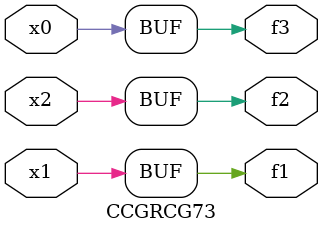
<source format=v>
module CCGRCG73(
	input x0, x1, x2,
	output f1, f2, f3
);
	assign f1 = x1;
	assign f2 = x2;
	assign f3 = x0;
endmodule

</source>
